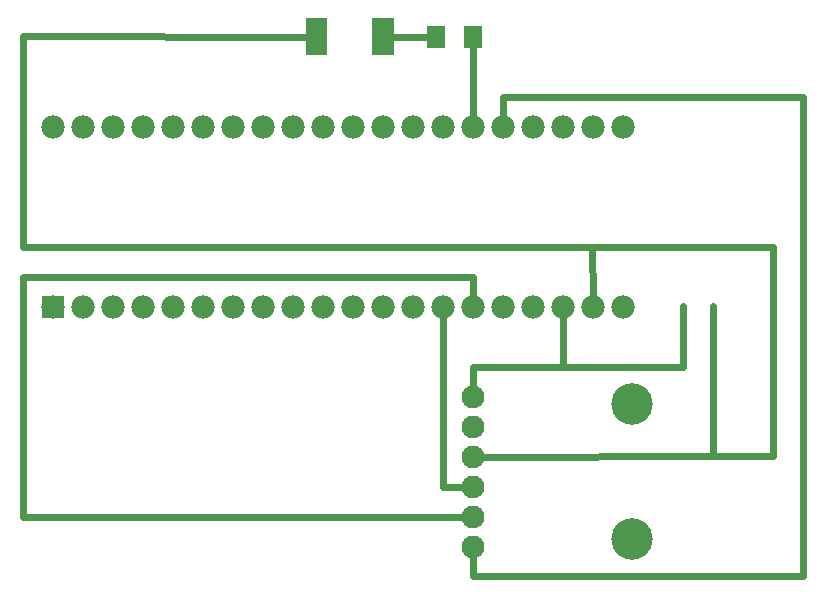
<source format=gtl>
G04 MADE WITH FRITZING*
G04 WWW.FRITZING.ORG*
G04 DOUBLE SIDED*
G04 HOLES PLATED*
G04 CONTOUR ON CENTER OF CONTOUR VECTOR*
%ASAXBY*%
%FSLAX23Y23*%
%MOIN*%
%OFA0B0*%
%SFA1.0B1.0*%
%ADD10C,0.076000*%
%ADD11C,0.138425*%
%ADD12C,0.078000*%
%ADD13R,0.075000X0.075000*%
%ADD14R,0.062992X0.074803*%
%ADD15C,0.024000*%
%LNCOPPER1*%
G90*
G70*
G54D10*
X1928Y279D03*
X1928Y379D03*
X1928Y479D03*
X1928Y579D03*
X1928Y679D03*
X1928Y779D03*
G54D11*
X2458Y754D03*
X2458Y304D03*
G54D12*
X528Y1079D03*
X528Y1679D03*
X628Y1079D03*
X628Y1679D03*
X728Y1079D03*
X728Y1679D03*
X828Y1079D03*
X828Y1679D03*
X928Y1079D03*
X928Y1679D03*
X1028Y1079D03*
X1028Y1679D03*
X1128Y1079D03*
X1128Y1679D03*
X1228Y1079D03*
X1228Y1679D03*
X1328Y1079D03*
X1328Y1679D03*
X1428Y1079D03*
X1428Y1679D03*
X1528Y1079D03*
X1528Y1679D03*
X1628Y1079D03*
X1628Y1679D03*
X1728Y1079D03*
X1728Y1679D03*
X1828Y1079D03*
X1828Y1679D03*
X1928Y1079D03*
X1928Y1679D03*
X2028Y1079D03*
X2028Y1679D03*
X2128Y1079D03*
X2128Y1679D03*
X2228Y1079D03*
X2228Y1679D03*
X2328Y1079D03*
X2328Y1679D03*
X2428Y1079D03*
X2428Y1679D03*
G54D13*
X528Y1079D03*
G54D14*
X1928Y1979D03*
X1806Y1979D03*
G54D15*
X429Y379D02*
X1429Y379D01*
D02*
X1928Y1179D02*
X429Y1179D01*
D02*
X429Y1179D02*
X429Y379D01*
D02*
X1429Y379D02*
X1898Y379D01*
D02*
X1928Y1109D02*
X1928Y1179D01*
D02*
X1827Y877D02*
X1829Y779D01*
D02*
X1829Y779D02*
X1829Y478D01*
D02*
X1829Y478D02*
X1898Y479D01*
D02*
X1828Y1049D02*
X1827Y877D01*
D02*
X1928Y1947D02*
X1928Y1709D01*
D02*
X1658Y1979D02*
X1780Y1979D01*
D02*
X2328Y878D02*
X2229Y878D01*
D02*
X3029Y1778D02*
X2027Y1778D01*
D02*
X2027Y1778D02*
X2028Y1709D01*
D02*
X2629Y180D02*
X3029Y180D01*
D02*
X2328Y180D02*
X2629Y180D01*
D02*
X1928Y248D02*
X1928Y180D01*
D02*
X1928Y180D02*
X2328Y180D01*
D02*
X3029Y180D02*
X3029Y1778D01*
D02*
X2229Y878D02*
X1928Y878D01*
D02*
X2228Y1049D02*
X2229Y878D01*
D02*
X1928Y878D02*
X1928Y810D01*
D02*
X2728Y580D02*
X1959Y579D01*
D02*
X2728Y1080D02*
X2728Y580D01*
D02*
X2728Y580D02*
X2927Y580D01*
D02*
X2927Y1279D02*
X2728Y1279D01*
D02*
X2927Y580D02*
X2927Y1279D01*
D02*
X2728Y1279D02*
X2325Y1276D01*
D02*
X2325Y1276D02*
X2328Y1109D01*
D02*
X2728Y1080D02*
X2728Y878D01*
D02*
X429Y1980D02*
X1378Y1979D01*
D02*
X429Y1279D02*
X429Y1980D01*
D02*
X1729Y1279D02*
X429Y1279D01*
D02*
X2325Y1276D02*
X1729Y1279D01*
D02*
X2728Y878D02*
X2728Y580D01*
D02*
X2629Y1080D02*
X2629Y878D01*
D02*
X2629Y878D02*
X2328Y878D01*
D02*
X2229Y878D02*
X2629Y878D01*
D02*
X2629Y878D02*
X2629Y1080D01*
G36*
X1593Y1916D02*
X1593Y2042D01*
X1664Y2042D01*
X1664Y1916D01*
X1593Y1916D01*
G37*
D02*
G36*
X1372Y1916D02*
X1372Y2042D01*
X1443Y2042D01*
X1443Y1916D01*
X1372Y1916D01*
G37*
D02*
G04 End of Copper1*
M02*
</source>
